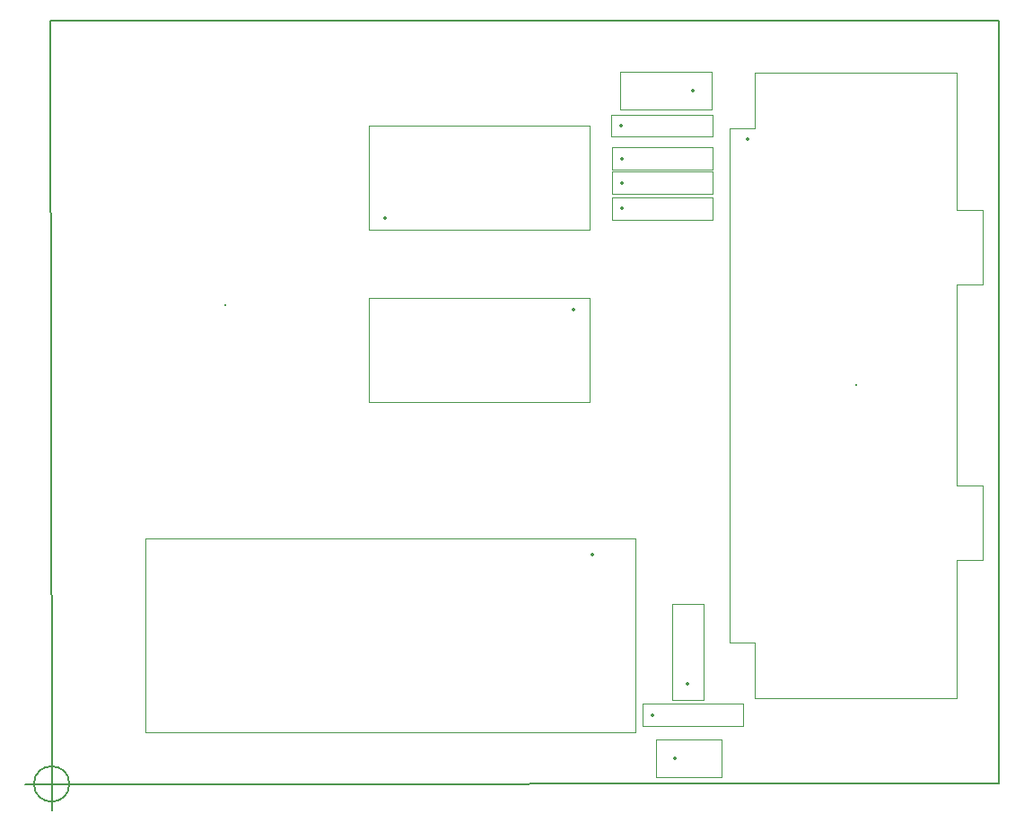
<source format=gbr>
%TF.GenerationSoftware,KiCad,Pcbnew,(6.0.4)*%
%TF.CreationDate,2022-10-03T14:36:14+02:00*%
%TF.ProjectId,GB-Dumper,47422d44-756d-4706-9572-2e6b69636164,0.6*%
%TF.SameCoordinates,Original*%
%TF.FileFunction,Component,L1,Top*%
%TF.FilePolarity,Positive*%
%FSLAX46Y46*%
G04 Gerber Fmt 4.6, Leading zero omitted, Abs format (unit mm)*
G04 Created by KiCad (PCBNEW (6.0.4)) date 2022-10-03 14:36:14*
%MOMM*%
%LPD*%
G01*
G04 APERTURE LIST*
%TA.AperFunction,ComponentMain*%
%ADD10C,0.300000*%
%TD*%
%TA.AperFunction,ComponentOutline,Courtyard*%
%ADD11C,0.100000*%
%TD*%
%TA.AperFunction,ComponentPin*%
%ADD12P,0.360000X4X0.000000*%
%TD*%
%TA.AperFunction,ComponentPin*%
%ADD13C,0.000000*%
%TD*%
%TA.AperFunction,Profile*%
%ADD14C,0.150000*%
%TD*%
G04 APERTURE END LIST*
D10*
%TO.C,"J1"*%
%TO.CFtp,"GameBoy_Cartridge_AGS_1x32-1MP_P1.50mm_Socket_Horizontal"*%
%TO.CVal,"GameBoy_Cartridge_MountingPin"*%
%TO.CLbN,"Button_Switch_Keyboard"*%
%TO.CMnt,SMD*%
%TO.CRot,-90*%
X167894000Y-100584000D03*
D11*
X177343999Y-84084000D02*
X177344000Y-84084001D01*
X179843999Y-84084001D01*
X179843999Y-91083999D01*
X177344000Y-91083999D01*
X177343999Y-91084000D01*
X177343999Y-110084000D01*
X177344000Y-110084001D01*
X179843999Y-110084001D01*
X179843999Y-117083999D01*
X177344000Y-117083999D01*
X177343999Y-117084000D01*
X177343999Y-130083999D01*
X158344001Y-130083999D01*
X158344001Y-124834000D01*
X158344000Y-124833999D01*
X155944001Y-124833999D01*
X155944001Y-76334001D01*
X158344000Y-76334001D01*
X158344001Y-76334000D01*
X158344001Y-71084001D01*
X177343999Y-71084001D01*
X177343999Y-84084000D01*
D12*
%TO.P,"J1","1","VCC"*%
X157644000Y-77334000D03*
D13*
%TO.P,"J1",*%
X165844000Y-87584000D03*
X165844000Y-113584000D03*
%TO.P,"J1","2","CLK"*%
X157644000Y-78834000D03*
%TO.P,"J1","3","~{WR}"*%
X157644000Y-80334000D03*
%TO.P,"J1","4","~{RD}"*%
X157644000Y-81834000D03*
%TO.P,"J1","5","~{CS}"*%
X157644000Y-83334000D03*
%TO.P,"J1","6","A0"*%
X157644000Y-84834000D03*
%TO.P,"J1","7","A1"*%
X157644000Y-86334000D03*
%TO.P,"J1","8","A2"*%
X157644000Y-87834000D03*
%TO.P,"J1","9","A3"*%
X157644000Y-89334000D03*
%TO.P,"J1","10","A4"*%
X157644000Y-90834000D03*
%TO.P,"J1","11","A5"*%
X157644000Y-92334000D03*
%TO.P,"J1","12","A6"*%
X157644000Y-93834000D03*
%TO.P,"J1","13","A7"*%
X157644000Y-95334000D03*
%TO.P,"J1","14","A8"*%
X157644000Y-96834000D03*
%TO.P,"J1","15","A9"*%
X157644000Y-98334000D03*
%TO.P,"J1","16","A10"*%
X157644000Y-99834000D03*
%TO.P,"J1","17","A11"*%
X157644000Y-101334000D03*
%TO.P,"J1","18","A12"*%
X157644000Y-102834000D03*
%TO.P,"J1","19","A13"*%
X157644000Y-104334000D03*
%TO.P,"J1","20","A14"*%
X157644000Y-105834000D03*
%TO.P,"J1","21","A15"*%
X157644000Y-107334000D03*
%TO.P,"J1","22","D0"*%
X157644000Y-108834000D03*
%TO.P,"J1","23","D1"*%
X157644000Y-110334000D03*
%TO.P,"J1","24","D2"*%
X157644000Y-111834000D03*
%TO.P,"J1","25","D3"*%
X157644000Y-113334000D03*
%TO.P,"J1","26","D4"*%
X157644000Y-114834000D03*
%TO.P,"J1","27","D5"*%
X157644000Y-116334000D03*
%TO.P,"J1","28","D6"*%
X157644000Y-117834000D03*
%TO.P,"J1","29","D7"*%
X157644000Y-119334000D03*
%TO.P,"J1","30","~{RES}"*%
X157644000Y-120834000D03*
%TO.P,"J1","31","VIN"*%
X157644000Y-122334000D03*
%TO.P,"J1","32","GND"*%
X157644000Y-123834000D03*
%TO.P,"J1","MP"*%
X177844000Y-87584000D03*
X177844000Y-113584000D03*
%TD*%
D10*
%TO.C,"J3"*%
%TO.CFtp,"PinHeader_1x02_P2.54mm_Vertical"*%
%TO.CVal,"Conn_01x02_Male"*%
%TO.CLbN,"Connector_PinHeader_2.54mm"*%
%TO.CMnt,TH*%
%TO.CRot,90*%
X150825000Y-135800000D03*
D11*
X155174999Y-137599999D02*
X149025001Y-137599999D01*
X149025001Y-134000001D01*
X155174999Y-134000001D01*
X155174999Y-137599999D01*
D12*
%TO.P,"J3","1","Pin_1"*%
X150825000Y-135800000D03*
D13*
%TO.P,"J3","2","Pin_2"*%
X153365000Y-135800000D03*
%TD*%
D10*
%TO.C,"G1"*%
%TO.CFtp,"thebrutzler_approved_small02"*%
%TO.CVal,"LOGO"*%
%TO.CLbN,"theBrutzler"*%
%TO.CMnt,TH*%
%TO.CRot,90*%
X108400000Y-93000000D03*
%TD*%
%TO.C,"U2"*%
%TO.CFtp,"DIP-16_W7.62mm"*%
%TO.CVal,"74HC595"*%
%TO.CLbN,"Package_DIP"*%
%TO.CMnt,TH*%
%TO.CRot,-90*%
X141209000Y-93482000D03*
D11*
X142758999Y-102181999D02*
X121909001Y-102181999D01*
X121909001Y-92382001D01*
X142758999Y-92382001D01*
X142758999Y-102181999D01*
D12*
%TO.P,"U2","1","QB"*%
X141209000Y-93482000D03*
D13*
%TO.P,"U2","2","QC"*%
X138669000Y-93482000D03*
%TO.P,"U2","3","QD"*%
X136129000Y-93482000D03*
%TO.P,"U2","4","QE"*%
X133589000Y-93482000D03*
%TO.P,"U2","5","QF"*%
X131049000Y-93482000D03*
%TO.P,"U2","6","QG"*%
X128509000Y-93482000D03*
%TO.P,"U2","7","QH"*%
X125969000Y-93482000D03*
%TO.P,"U2","8","GND"*%
X123429000Y-93482000D03*
%TO.P,"U2","9","QH'"*%
X123429000Y-101102000D03*
%TO.P,"U2","10","~{SRCLR}"*%
X125969000Y-101102000D03*
%TO.P,"U2","11","SRCLK"*%
X128509000Y-101102000D03*
%TO.P,"U2","12","RCLK"*%
X131049000Y-101102000D03*
%TO.P,"U2","13","~{OE}"*%
X133589000Y-101102000D03*
%TO.P,"U2","14","SER"*%
X136129000Y-101102000D03*
%TO.P,"U2","15","QA"*%
X138669000Y-101102000D03*
%TO.P,"U2","16","VCC"*%
X141209000Y-101102000D03*
%TD*%
D10*
%TO.C,"R1"*%
%TO.CFtp,"R_Axial_DIN0204_L3.6mm_D1.6mm_P7.62mm_Horizontal"*%
%TO.CVal,"470"*%
%TO.CLbN,"Resistor_THT"*%
%TO.CMnt,TH*%
%TO.CRot,0*%
X145750000Y-76100000D03*
D11*
X154319999Y-77149999D02*
X144800001Y-77149999D01*
X144800001Y-75050001D01*
X154319999Y-75050001D01*
X154319999Y-77149999D01*
D12*
%TO.P,"R1","1"*%
X145750000Y-76100000D03*
D13*
%TO.P,"R1","2"*%
X153370000Y-76100000D03*
%TD*%
D10*
%TO.C,"J4"*%
%TO.CFtp,"PinHeader_1x04_P2.00mm_Vertical"*%
%TO.CVal,"Conn_01x04_Female"*%
%TO.CLbN,"Connector_PinHeader_2.00mm"*%
%TO.CMnt,TH*%
%TO.CRot,180*%
X152000000Y-128750000D03*
D11*
X153499999Y-130249999D02*
X150500001Y-130249999D01*
X150500001Y-121250001D01*
X153499999Y-121250001D01*
X153499999Y-130249999D01*
D12*
%TO.P,"J4","1","Pin_1"*%
X152000000Y-128750000D03*
D13*
%TO.P,"J4","2","Pin_2"*%
X152000000Y-126750000D03*
%TO.P,"J4","3","Pin_3"*%
X152000000Y-124750000D03*
%TO.P,"J4","4","Pin_4"*%
X152000000Y-122750000D03*
%TD*%
D10*
%TO.C,"A1"*%
%TO.CFtp,"Arduino_Nano"*%
%TO.CVal,"Arduino_Nano_v3.x"*%
%TO.CLbN,"Module"*%
%TO.CMnt,TH*%
%TO.CRot,-90*%
X143002000Y-116596000D03*
D11*
X147061999Y-133345999D02*
X100842001Y-133345999D01*
X100842001Y-115066001D01*
X147061999Y-115066001D01*
X147061999Y-133345999D01*
D12*
%TO.P,"A1","1","D1/TX"*%
X143002000Y-116596000D03*
D13*
%TO.P,"A1","2","D0/RX"*%
X140462000Y-116596000D03*
%TO.P,"A1","3","~{RESET}"*%
X137922000Y-116596000D03*
%TO.P,"A1","4","GND"*%
X135382000Y-116596000D03*
%TO.P,"A1","5","D2"*%
X132842000Y-116596000D03*
%TO.P,"A1","6","D3"*%
X130302000Y-116596000D03*
%TO.P,"A1","7","D4"*%
X127762000Y-116596000D03*
%TO.P,"A1","8","D5"*%
X125222000Y-116596000D03*
%TO.P,"A1","9","D6"*%
X122682000Y-116596000D03*
%TO.P,"A1","10","D7"*%
X120142000Y-116596000D03*
%TO.P,"A1","11","D8"*%
X117602000Y-116596000D03*
%TO.P,"A1","12","D9"*%
X115062000Y-116596000D03*
%TO.P,"A1","13","D10"*%
X112522000Y-116596000D03*
%TO.P,"A1","14","D11"*%
X109982000Y-116596000D03*
%TO.P,"A1","15","D12"*%
X107442000Y-116596000D03*
%TO.P,"A1","16","D13"*%
X107442000Y-131836000D03*
%TO.P,"A1","17","3V3"*%
X109982000Y-131836000D03*
%TO.P,"A1","18","AREF"*%
X112522000Y-131836000D03*
%TO.P,"A1","19","A0"*%
X115062000Y-131836000D03*
%TO.P,"A1","20","A1"*%
X117602000Y-131836000D03*
%TO.P,"A1","21","A2"*%
X120142000Y-131836000D03*
%TO.P,"A1","22","A3"*%
X122682000Y-131836000D03*
%TO.P,"A1","23","A4"*%
X125222000Y-131836000D03*
%TO.P,"A1","24","A5"*%
X127762000Y-131836000D03*
%TO.P,"A1","25","A6"*%
X130302000Y-131836000D03*
%TO.P,"A1","26","A7"*%
X132842000Y-131836000D03*
%TO.P,"A1","27","+5V"*%
X135382000Y-131836000D03*
%TO.P,"A1","28","~{RESET}"*%
X137922000Y-131836000D03*
%TO.P,"A1","29","GND"*%
X140462000Y-131836000D03*
%TO.P,"A1","30","VIN"*%
X143002000Y-131836000D03*
%TD*%
D10*
%TO.C,"R3"*%
%TO.CFtp,"R_Axial_DIN0204_L3.6mm_D1.6mm_P7.62mm_Horizontal"*%
%TO.CVal,"470"*%
%TO.CLbN,"Resistor_THT"*%
%TO.CMnt,TH*%
%TO.CRot,0*%
X145790000Y-81500000D03*
D11*
X154359999Y-82549999D02*
X144840001Y-82549999D01*
X144840001Y-80450001D01*
X154359999Y-80450001D01*
X154359999Y-82549999D01*
D12*
%TO.P,"R3","1"*%
X145790000Y-81500000D03*
D13*
%TO.P,"R3","2"*%
X153410000Y-81500000D03*
%TD*%
D10*
%TO.C,"R5"*%
%TO.CFtp,"R_Axial_DIN0204_L3.6mm_D1.6mm_P7.62mm_Horizontal"*%
%TO.CVal,"470"*%
%TO.CLbN,"Resistor_THT"*%
%TO.CMnt,TH*%
%TO.CRot,0*%
X148690000Y-131700000D03*
D11*
X157259999Y-132749999D02*
X147740001Y-132749999D01*
X147740001Y-130650001D01*
X157259999Y-130650001D01*
X157259999Y-132749999D01*
D12*
%TO.P,"R5","1"*%
X148690000Y-131700000D03*
D13*
%TO.P,"R5","2"*%
X156310000Y-131700000D03*
%TD*%
D10*
%TO.C,"R4"*%
%TO.CFtp,"R_Axial_DIN0204_L3.6mm_D1.6mm_P7.62mm_Horizontal"*%
%TO.CVal,"470"*%
%TO.CLbN,"Resistor_THT"*%
%TO.CMnt,TH*%
%TO.CRot,0*%
X145790000Y-83900000D03*
D11*
X154359999Y-84949999D02*
X144840001Y-84949999D01*
X144840001Y-82850001D01*
X154359999Y-82850001D01*
X154359999Y-84949999D01*
D12*
%TO.P,"R4","1"*%
X145790000Y-83900000D03*
D13*
%TO.P,"R4","2"*%
X153410000Y-83900000D03*
%TD*%
D10*
%TO.C,"J2"*%
%TO.CFtp,"PinHeader_1x03_P2.54mm_Vertical"*%
%TO.CVal,"Conn_01x03_Male"*%
%TO.CLbN,"Connector_PinHeader_2.54mm"*%
%TO.CMnt,TH*%
%TO.CRot,-90*%
X152500000Y-72800000D03*
D11*
X154299999Y-74599999D02*
X145650001Y-74599999D01*
X145650001Y-71000001D01*
X154299999Y-71000001D01*
X154299999Y-74599999D01*
D12*
%TO.P,"J2","1","Pin_1"*%
X152500000Y-72800000D03*
D13*
%TO.P,"J2","2","Pin_2"*%
X149960000Y-72800000D03*
%TO.P,"J2","3","Pin_3"*%
X147420000Y-72800000D03*
%TD*%
D10*
%TO.C,"R2"*%
%TO.CFtp,"R_Axial_DIN0204_L3.6mm_D1.6mm_P7.62mm_Horizontal"*%
%TO.CVal,"470"*%
%TO.CLbN,"Resistor_THT"*%
%TO.CMnt,TH*%
%TO.CRot,0*%
X145790000Y-79200000D03*
D11*
X154359999Y-80249999D02*
X144840001Y-80249999D01*
X144840001Y-78150001D01*
X154359999Y-78150001D01*
X154359999Y-80249999D01*
D12*
%TO.P,"R2","1"*%
X145790000Y-79200000D03*
D13*
%TO.P,"R2","2"*%
X153410000Y-79200000D03*
%TD*%
D10*
%TO.C,"U1"*%
%TO.CFtp,"DIP-16_W7.62mm"*%
%TO.CVal,"74HC595"*%
%TO.CLbN,"Package_DIP"*%
%TO.CMnt,TH*%
%TO.CRot,90*%
X123459000Y-84826000D03*
D11*
X142758999Y-85925999D02*
X121909001Y-85925999D01*
X121909001Y-76126001D01*
X142758999Y-76126001D01*
X142758999Y-85925999D01*
D12*
%TO.P,"U1","1","QB"*%
X123459000Y-84826000D03*
D13*
%TO.P,"U1","2","QC"*%
X125999000Y-84826000D03*
%TO.P,"U1","3","QD"*%
X128539000Y-84826000D03*
%TO.P,"U1","4","QE"*%
X131079000Y-84826000D03*
%TO.P,"U1","5","QF"*%
X133619000Y-84826000D03*
%TO.P,"U1","6","QG"*%
X136159000Y-84826000D03*
%TO.P,"U1","7","QH"*%
X138699000Y-84826000D03*
%TO.P,"U1","8","GND"*%
X141239000Y-84826000D03*
%TO.P,"U1","9","QH'"*%
X141239000Y-77206000D03*
%TO.P,"U1","10","~{SRCLR}"*%
X138699000Y-77206000D03*
%TO.P,"U1","11","SRCLK"*%
X136159000Y-77206000D03*
%TO.P,"U1","12","RCLK"*%
X133619000Y-77206000D03*
%TO.P,"U1","13","~{OE}"*%
X131079000Y-77206000D03*
%TO.P,"U1","14","SER"*%
X128539000Y-77206000D03*
%TO.P,"U1","15","QA"*%
X125999000Y-77206000D03*
%TO.P,"U1","16","VCC"*%
X123459000Y-77206000D03*
%TD*%
D14*
X181356000Y-66200000D02*
X181356000Y-138176000D01*
X91900000Y-66200000D02*
X181356000Y-66200000D01*
X92000000Y-138200000D02*
X91900000Y-66200000D01*
X181356000Y-138176000D02*
X92000000Y-138200000D01*
X93666666Y-138200000D02*
G75*
G03*
X93666666Y-138200000I-1666666J0D01*
G01*
X89500000Y-138200000D02*
X94500000Y-138200000D01*
X92000000Y-135700000D02*
X92000000Y-140700000D01*
M02*

</source>
